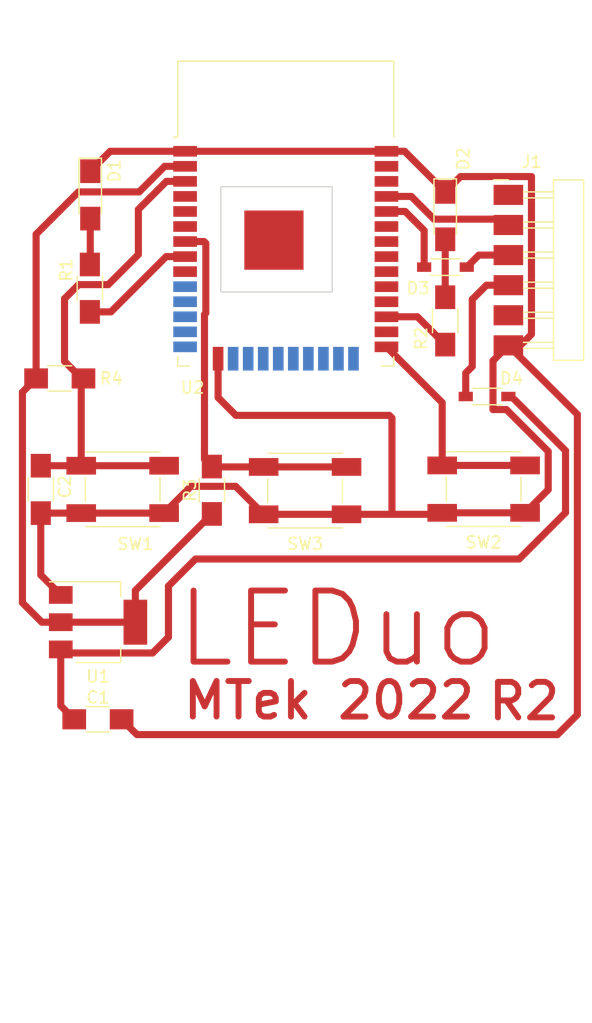
<source format=kicad_pcb>
(kicad_pcb (version 20211014) (generator pcbnew)
  (title_block (title "LEDuo by MTek") (date "2022-03-07") (rev "2") (company "Giant Squid Technologies"))
  (layers (0 "F.Cu" signal) (31 "B.Cu" signal) (34 "B.Paste" user) (35 "F.Paste" user) (36 "B.SilkS" user "B.Silkscreen") (37 "F.SilkS" user "F.Silkscreen") (38 "B.Mask" user) (39 "F.Mask" user) (44 "Edge.Cuts" user))
  (net 0 "")
  (net 1 "GND")
  (net 2 "Net-(C1-Pad1)")
  (net 3 "RESET")
  (net 4 "Net-(D1-Pad2)")
  (net 5 "+3V3")
  (net 6 "GPIO32")
  (net 7 "GPIO0")
  (net 8 "RXD_5V")
  (net 9 "+5V")
  (net 11 "RXD")
  (net 12 "TXD")
  (net 13 "Net-(D2-Pad2)")
  (net 42 "GPIO35")
  (net 44 "GPIO16")
  (footprint "fab:ESP32-WROOM-32E" (layer "F.Cu") (at 102.254 95.942)
    (fp_text reference "U2" (at -7.874 11.684 180) (layer "F.SilkS"))
    (fp_text value "ESP32-WROOM-32E")
    (fp_line (start -9.12 9.88) (end -8.12 9.88) (layer "F.SilkS") (width 0.12))
    (fp_line (start -9.12 -15.865) (end -9.12 -9.445) (layer "F.SilkS") (width 0.12))
    (fp_line (start -9.12 9.1) (end -9.12 9.88) (layer "F.SilkS") (width 0.12))
    (fp_line (start 9.12 9.1) (end 9.12 9.88) (layer "F.SilkS") (width 0.12))
    (fp_line (start -9.12 -9.445) (end -9.5 -9.445) (layer "F.SilkS") (width 0.12))
    (fp_line (start 9.12 9.88) (end 8.12 9.88) (layer "F.SilkS") (width 0.12))
    (fp_line (start -9.12 -15.865) (end 9.12 -15.865) (layer "F.SilkS") (width 0.12))
    (fp_line (start 9.12 -15.865) (end 9.12 -9.445) (layer "F.SilkS") (width 0.12))
    (pad "1" smd rect locked (at -8.5 -8.255) (size 2 0.9) (layers "F.Cu" "F.Paste" "F.Mask") (net 1 "GND"))
    (pad "2" smd rect locked (at -8.5 -6.985) (size 2 0.9) (layers "F.Cu" "F.Paste" "F.Mask") (net 5 "+3V3"))
    (pad "3" smd rect locked (at -8.5 -5.715) (size 2 0.9) (layers "F.Cu" "F.Paste" "F.Mask") (net 3 "RESET"))
    (pad "4" smd rect locked (at -8.5 -4.445) (size 2 0.9) (layers "F.Cu" "F.Paste" "F.Mask"))
    (pad "5" smd rect locked (at -8.5 -3.175) (size 2 0.9) (layers "F.Cu" "F.Paste" "F.Mask"))
    (pad "6" smd rect locked (at -8.5 -1.905) (size 2 0.9) (layers "F.Cu" "F.Paste" "F.Mask"))
    (pad "7" smd rect locked (at -8.5 -0.635) (size 2 0.9) (layers "F.Cu" "F.Paste" "F.Mask") (net 42 "GPIO35"))
    (pad "8" smd rect locked (at -8.5 0.635) (size 2 0.9) (layers "F.Cu" "F.Paste" "F.Mask") (net 6 "GPIO32"))
    (pad "9" smd rect locked (at -8.5 1.905) (size 2 0.9) (layers "F.Cu" "F.Paste" "F.Mask"))
    (pad "10" smd rect locked (at -8.5 3.175) (size 2 0.9) (layers "B.Cu" "F.Paste" "F.Mask"))
    (pad "11" smd rect locked (at -8.5 4.445) (size 2 0.9) (layers "B.Cu" "F.Paste" "F.Mask"))
    (pad "12" smd rect locked (at -8.5 5.715) (size 2 0.9) (layers "B.Cu" "F.Paste" "F.Mask"))
    (pad "13" smd rect locked (at -8.5 6.985) (size 2 0.9) (layers "B.Cu" "F.Paste" "F.Mask"))
    (pad "14" smd rect locked (at -8.5 8.255) (size 2 0.9) (layers "B.Cu" "F.Paste" "F.Mask"))
    (pad "15" smd rect locked (at -5.715 9.255 90) (size 2 0.9) (layers "F.Cu" "F.Paste" "F.Mask") (net 1 "GND"))
    (pad "16" smd rect locked (at -4.445 9.255 90) (size 2 0.9) (layers "B.Cu" "F.Paste" "F.Mask"))
    (pad "17" smd rect locked (at -3.175 9.255 90) (size 2 0.9) (layers "B.Cu" "F.Paste" "F.Mask"))
    (pad "18" smd rect locked (at -1.905 9.255 90) (size 2 0.9) (layers "B.Cu" "F.Paste" "F.Mask"))
    (pad "19" smd rect locked (at -0.635 9.255 90) (size 2 0.9) (layers "B.Cu" "F.Paste" "F.Mask"))
    (pad "20" smd rect locked (at 0.635 9.255 90) (size 2 0.9) (layers "B.Cu" "F.Paste" "F.Mask"))
    (pad "21" smd rect locked (at 1.905 9.255 90) (size 2 0.9) (layers "B.Cu" "F.Paste" "F.Mask"))
    (pad "22" smd rect locked (at 3.175 9.255 90) (size 2 0.9) (layers "B.Cu" "F.Paste" "F.Mask"))
    (pad "23" smd rect locked (at 4.445 9.255 90) (size 2 0.9) (layers "B.Cu" "F.Paste" "F.Mask"))
    (pad "24" smd rect locked (at 5.715 9.255 90) (size 2 0.9) (layers "B.Cu" "F.Paste" "F.Mask"))
    (pad "25" smd rect locked (at 8.5 8.255) (size 2 0.9) (layers "F.Cu" "F.Paste" "F.Mask") (net 7 "GPIO0"))
    (pad "26" smd rect locked (at 8.5 6.985) (size 2 0.9) (layers "F.Cu" "F.Paste" "F.Mask"))
    (pad "27" smd rect locked (at 8.5 5.715) (size 2 0.9) (layers "F.Cu" "F.Paste" "F.Mask") (net 44 "GPIO16"))
    (pad "28" smd rect locked (at 8.5 4.445) (size 2 0.9) (layers "F.Cu" "F.Paste" "F.Mask"))
    (pad "29" smd rect locked (at 8.5 3.175) (size 2 0.9) (layers "F.Cu" "F.Paste" "F.Mask"))
    (pad "30" smd rect locked (at 8.5 1.905) (size 2 0.9) (layers "F.Cu" "F.Paste" "F.Mask"))
    (pad "31" smd rect locked (at 8.5 0.635) (size 2 0.9) (layers "F.Cu" "F.Paste" "F.Mask"))
    (pad "32" smd rect locked (at 8.5 -0.635) (size 2 0.9) (layers "F.Cu" "F.Paste" "F.Mask"))
    (pad "33" smd rect locked (at 8.5 -1.905) (size 2 0.9) (layers "F.Cu" "F.Paste" "F.Mask"))
    (pad "34" smd rect locked (at 8.5 -3.175) (size 2 0.9) (layers "F.Cu" "F.Paste" "F.Mask") (net 11 "RXD"))
    (pad "35" smd rect locked (at 8.5 -4.445) (size 2 0.9) (layers "F.Cu" "F.Paste" "F.Mask") (net 12 "TXD"))
    (pad "36" smd rect locked (at 8.5 -5.715) (size 2 0.9) (layers "F.Cu" "F.Paste" "F.Mask"))
    (pad "37" smd rect locked (at 8.5 -6.985) (size 2 0.9) (layers "F.Cu" "F.Paste" "F.Mask"))
    (pad "38" smd rect locked (at 8.5 -8.255) (size 2 0.9) (layers "F.Cu" "F.Paste" "F.Mask") (net 1 "GND"))
    (pad "39" smd rect locked (at -1 -0.755) (size 5 5) (layers "F.Cu" "F.Paste" "F.Mask"))
  )
  (footprint "fab:LED_1206" (layer "F.Cu") (at 115.716 93.116 -90)
    (fp_text reference "D2" (at -4.794 -1.524 90) (layer "F.SilkS"))
    (fp_text value "LED")
    (fp_line (start -3.1 -0.95) (end -3.1 0.95) (layer "F.SilkS") (width 0.12))
    (fp_line (start -3.1 0.95) (end 1.6 0.95) (layer "F.SilkS") (width 0.12))
    (fp_line (start -3.1 -0.95) (end 1.6 -0.95) (layer "F.SilkS") (width 0.12))
    (pad "1" smd rect locked (at -2 0 270) (size 2 1.7) (layers "F.Cu" "F.Paste" "F.Mask") (net 1 "GND"))
    (pad "2" smd rect locked (at 2 0 270) (size 2 1.7) (layers "F.Cu" "F.Paste" "F.Mask") (net 13 "Net-(D2-Pad2)"))
  )
  (footprint "fab:SOT-223-3_TabPin2" (layer "F.Cu") (at 86.404 127.438)
    (fp_text reference "U1" (at 0 4.572) (layer "F.SilkS"))
    (fp_text value "Regulator_Linear_ZLDO1117-3.3V-1A")
    (fp_line (start 1.91 -3.41) (end 1.91 -2.15) (layer "F.SilkS") (width 0.12))
    (fp_line (start -1.85 3.41) (end 1.91 3.41) (layer "F.SilkS") (width 0.12))
    (fp_line (start 1.91 3.41) (end 1.91 2.15) (layer "F.SilkS") (width 0.12))
    (fp_line (start -4.1 -3.41) (end 1.91 -3.41) (layer "F.SilkS") (width 0.12))
    (pad "1" smd rect locked (at -3.15 -2.3) (size 2 1.5) (layers "F.Cu" "F.Paste" "F.Mask") (net 1 "GND"))
    (pad "2" smd rect locked (at -3.15 0) (size 2 1.5) (layers "F.Cu" "F.Paste" "F.Mask") (net 5 "+3V3"))
    (pad "2" smd rect locked (at 3.15 0) (size 2 3.8) (layers "F.Cu" "F.Paste" "F.Mask") (net 5 "+3V3"))
    (pad "3" smd rect locked (at -3.15 2.3) (size 2 1.5) (layers "F.Cu" "F.Paste" "F.Mask") (net 2 "Net-(C1-Pad1)"))
  )
  (footprint "fab:Button_Omron_B3SN_6x6mm" (layer "F.Cu") (at 88.482 116.23 180)
    (fp_text reference "SW1" (at -1.072 -4.604) (layer "F.SilkS"))
    (fp_text value "BUTTON_B3SN")
    (fp_line (start -3.15 -3.15) (end 3.15 -3.15) (layer "F.SilkS") (width 0.12))
    (fp_line (start 3.15 3.15) (end -3.15 3.15) (layer "F.SilkS") (width 0.12))
    (fp_line (start -3.15 1) (end -3.15 -1) (layer "F.SilkS") (width 0.12))
    (fp_line (start 3.15 -1) (end 3.15 1) (layer "F.SilkS") (width 0.12))
    (pad "1" smd rect locked (at -3.5 -2 180) (size 2.5 1.5) (layers "F.Cu" "F.Paste" "F.Mask") (net 1 "GND"))
    (pad "1" smd rect locked (at 3.5 -2 180) (size 2.5 1.5) (layers "F.Cu" "F.Paste" "F.Mask") (net 1 "GND"))
    (pad "2" smd rect locked (at 3.5 2 180) (size 2.5 1.5) (layers "F.Cu" "F.Paste" "F.Mask") (net 3 "RESET"))
    (pad "2" smd rect locked (at -3.5 2 180) (size 2.5 1.5) (layers "F.Cu" "F.Paste" "F.Mask") (net 3 "RESET"))
  )
  (footprint "fab:SOD-123" (layer "F.Cu") (at 119.25 108.388 180)
    (fp_text reference "D4" (at -2.054 1.524) (layer "F.SilkS"))
    (fp_text value "D_Schottky")
    (fp_line (start -1.25 0.7) (end 1.25 0.7) (layer "F.SilkS") (width 0.12))
    (fp_line (start -1.25 -0.7) (end 1.25 -0.7) (layer "F.SilkS") (width 0.12))
    (pad "1" smd rect locked (at -1.8 0 180) (size 1.2 0.8) (layers "F.Cu" "F.Paste" "F.Mask") (net 2 "Net-(C1-Pad1)"))
    (pad "2" smd rect locked (at 1.8 0 180) (size 1.2 0.8) (layers "F.Cu" "F.Paste" "F.Mask") (net 9 "+5V"))
  )
  (footprint "fab:Button_Omron_B3SN_6x6mm" (layer "F.Cu") (at 103.886 116.332 180)
    (fp_text reference "SW3" (at 0 -4.5) (layer "F.SilkS"))
    (fp_text value "BUTTON_B3SN")
    (fp_line (start 3.15 3.15) (end -3.15 3.15) (layer "F.SilkS") (width 0.12))
    (fp_line (start -3.15 1) (end -3.15 -1) (layer "F.SilkS") (width 0.12))
    (fp_line (start 3.15 -1) (end 3.15 1) (layer "F.SilkS") (width 0.12))
    (fp_line (start -3.15 -3.15) (end 3.15 -3.15) (layer "F.SilkS") (width 0.12))
    (pad "1" smd rect locked (at -3.5 -2 180) (size 2.5 1.5) (layers "F.Cu" "F.Paste" "F.Mask") (net 1 "GND"))
    (pad "1" smd rect locked (at 3.5 -2 180) (size 2.5 1.5) (layers "F.Cu" "F.Paste" "F.Mask") (net 1 "GND"))
    (pad "2" smd rect locked (at 3.5 2 180) (size 2.5 1.5) (layers "F.Cu" "F.Paste" "F.Mask") (net 42 "GPIO35"))
    (pad "2" smd rect locked (at -3.5 2 180) (size 2.5 1.5) (layers "F.Cu" "F.Paste" "F.Mask") (net 42 "GPIO35"))
  )
  (footprint "fab:LED_1206" (layer "F.Cu") (at 85.744 91.37 -90)
    (fp_text reference "D1" (at -2.032 -2.032 90) (layer "F.SilkS"))
    (fp_text value "LED")
    (fp_line (start -3.1 -0.95) (end 1.6 -0.95) (layer "F.SilkS") (width 0.12))
    (fp_line (start -3.1 -0.95) (end -3.1 0.95) (layer "F.SilkS") (width 0.12))
    (fp_line (start -3.1 0.95) (end 1.6 0.95) (layer "F.SilkS") (width 0.12))
    (pad "1" smd rect locked (at -2 0 270) (size 2 1.7) (layers "F.Cu" "F.Paste" "F.Mask") (net 1 "GND"))
    (pad "2" smd rect locked (at 2 0 270) (size 2 1.7) (layers "F.Cu" "F.Paste" "F.Mask") (net 4 "Net-(D1-Pad2)"))
  )
  (footprint "fab:C_1206" (layer "F.Cu") (at 81.568 116.23 -90)
    (fp_text reference "C2" (at -0.222 -2.032 90) (layer "F.SilkS"))
    (fp_text value "10uF")
    (fp_line (start -1 -1.07) (end 1 -1.07) (layer "F.SilkS") (width 0.12))
    (fp_line (start 1 1.07) (end -1 1.07) (layer "F.SilkS") (width 0.12))
    (pad "1" smd rect locked (at -2 0 270) (size 2 1.7) (layers "F.Cu" "F.Paste" "F.Mask") (net 3 "RESET"))
    (pad "2" smd rect locked (at 2 0 270) (size 2 1.7) (layers "F.Cu" "F.Paste" "F.Mask") (net 1 "GND"))
  )
  (footprint "fab:SOD-123" (layer "F.Cu") (at 115.738 97.466 180)
    (fp_text reference "D3" (at 2.308 -1.778) (layer "F.SilkS"))
    (fp_text value "D_Zener")
    (fp_line (start -1.25 -0.7) (end 1.25 -0.7) (layer "F.SilkS") (width 0.12))
    (fp_line (start -1.25 0.7) (end 1.25 0.7) (layer "F.SilkS") (width 0.12))
    (pad "1" smd rect locked (at -1.8 0 180) (size 1.2 0.8) (layers "F.Cu" "F.Paste" "F.Mask") (net 8 "RXD_5V"))
    (pad "2" smd rect locked (at 1.8 0 180) (size 1.2 0.8) (layers "F.Cu" "F.Paste" "F.Mask") (net 11 "RXD"))
  )
  (footprint "fab:Button_Omron_B3SN_6x6mm" (layer "F.Cu") (at 118.962 116.206 180)
    (fp_text reference "SW2" (at 0 -4.5) (layer "F.SilkS"))
    (fp_text value "BUTTON_B3SN")
    (fp_line (start -3.15 1) (end -3.15 -1) (layer "F.SilkS") (width 0.12))
    (fp_line (start 3.15 3.15) (end -3.15 3.15) (layer "F.SilkS") (width 0.12))
    (fp_line (start -3.15 -3.15) (end 3.15 -3.15) (layer "F.SilkS") (width 0.12))
    (fp_line (start 3.15 -1) (end 3.15 1) (layer "F.SilkS") (width 0.12))
    (pad "1" smd rect locked (at 3.5 -2 180) (size 2.5 1.5) (layers "F.Cu" "F.Paste" "F.Mask") (net 1 "GND"))
    (pad "1" smd rect locked (at -3.5 -2 180) (size 2.5 1.5) (layers "F.Cu" "F.Paste" "F.Mask") (net 1 "GND"))
    (pad "2" smd rect locked (at -3.5 2 180) (size 2.5 1.5) (layers "F.Cu" "F.Paste" "F.Mask") (net 7 "GPIO0"))
    (pad "2" smd rect locked (at 3.5 2 180) (size 2.5 1.5) (layers "F.Cu" "F.Paste" "F.Mask") (net 7 "GPIO0"))
  )
  (footprint "fab:R_1206" (layer "F.Cu") (at 115.716 102.006 90)
    (fp_text reference "R2" (at -1.492 -2.032 90) (layer "F.SilkS"))
    (fp_text value "1K")
    (fp_line (start -1 -1.07) (end 1 -1.07) (layer "F.SilkS") (width 0.12))
    (fp_line (start 1 1.07) (end -1 1.07) (layer "F.SilkS") (width 0.12))
    (pad "1" smd rect locked (at -2 0 90) (size 2 1.7) (layers "F.Cu" "F.Paste" "F.Mask") (net 44 "GPIO16"))
    (pad "2" smd rect locked (at 2 0 90) (size 2 1.7) (layers "F.Cu" "F.Paste" "F.Mask") (net 13 "Net-(D2-Pad2)"))
  )
  (footprint "fab:R_1206" (layer "F.Cu") (at 96.012 116.3 90)
    (fp_text reference "R3" (at 0 -1.85 90) (layer "F.SilkS"))
    (fp_text value "10k")
    (fp_line (start -1 -1.07) (end 1 -1.07) (layer "F.SilkS") (width 0.12))
    (fp_line (start 1 1.07) (end -1 1.07) (layer "F.SilkS") (width 0.12))
    (pad "1" smd rect locked (at -2 0 90) (size 2 1.7) (layers "F.Cu" "F.Paste" "F.Mask") (net 5 "+3V3"))
    (pad "2" smd rect locked (at 2 0 90) (size 2 1.7) (layers "F.Cu" "F.Paste" "F.Mask") (net 42 "GPIO35"))
  )
  (footprint "fab:R_1206" (layer "F.Cu") (at 83.172 106.864)
    (fp_text reference "R4" (at 4.35 0) (layer "F.SilkS"))
    (fp_text value "10k")
    (fp_line (start 1 1.07) (end -1 1.07) (layer "F.SilkS") (width 0.12))
    (fp_line (start -1 -1.07) (end 1 -1.07) (layer "F.SilkS") (width 0.12))
    (pad "1" smd rect locked (at -2 0) (size 2 1.7) (layers "F.Cu" "F.Paste" "F.Mask") (net 5 "+3V3"))
    (pad "2" smd rect locked (at 2 0) (size 2 1.7) (layers "F.Cu" "F.Paste" "F.Mask") (net 3 "RESET"))
  )
  (footprint "fab:PinHeader_1x06_P2.54mm_Horizontal_SMD" (layer "F.Cu") (at 121.05 91.37)
    (fp_text reference "J1" (at 1.016 -2.794 180) (layer "F.SilkS") (effects (justify left)))
    (fp_text value "Conn_PinHeader_1x06_P2.54mm_Horizontal_SMD")
    (fp_line (start 3.81 2.286) (end 1.27 2.286) (layer "F.SilkS") (width 0.12))
    (fp_line (start 3.81 0.254) (end 1.27 0.254) (layer "F.SilkS") (width 0.12))
    (fp_line (start 3.81 4.826) (end 1.27 4.826) (layer "F.SilkS") (width 0.12))
    (fp_line (start 3.81 -1.27) (end 6.35 -1.27) (layer "F.SilkS") (width 0.12))
    (fp_line (start 3.81 2.794) (end 1.27 2.794) (layer "F.SilkS") (width 0.12))
    (fp_line (start 3.81 5.334) (end 1.27 5.334) (layer "F.SilkS") (width 0.12))
    (fp_line (start 3.81 7.366) (end 1.27 7.366) (layer "F.SilkS") (width 0.12))
    (fp_line (start 6.35 13.97) (end 3.81 13.97) (layer "F.SilkS") (width 0.12))
    (fp_line (start 3.81 13.97) (end 3.81 -1.27) (layer "F.SilkS") (width 0.12))
    (fp_line (start 3.81 12.446) (end 1.27 12.446) (layer "F.SilkS") (width 0.12))
    (fp_line (start -1.27 -1.27) (end 0 -1.27) (layer "F.SilkS") (width 0.12))
    (fp_line (start 3.81 -0.254) (end 1.27 -0.254) (layer "F.SilkS") (width 0.12))
    (fp_line (start 3.81 12.954) (end 1.27 12.954) (layer "F.SilkS") (width 0.12))
    (fp_line (start 6.35 -1.27) (end 6.35 13.97) (layer "F.SilkS") (width 0.12))
    (fp_line (start 3.81 10.414) (end 1.27 10.414) (layer "F.SilkS") (width 0.12))
    (fp_line (start 3.81 9.906) (end 1.27 9.906) (layer "F.SilkS") (width 0.12))
    (fp_line (start 3.81 7.874) (end 1.27 7.874) (layer "F.SilkS") (width 0.12))
    (pad "1" smd rect locked (at 0 0) (size 2.5 1.7) (layers "F.Cu" "F.Paste" "F.Mask"))
    (pad "2" smd rect locked (at 0 2.54) (size 2.5 1.7) (layers "F.Cu" "F.Paste" "F.Mask") (net 12 "TXD"))
    (pad "3" smd rect locked (at 0 5.08) (size 2.5 1.7) (layers "F.Cu" "F.Paste" "F.Mask") (net 8 "RXD_5V"))
    (pad "4" smd rect locked (at 0 7.62) (size 2.5 1.7) (layers "F.Cu" "F.Paste" "F.Mask") (net 9 "+5V"))
    (pad "5" smd rect locked (at 0 10.16) (size 2.5 1.7) (layers "F.Cu" "F.Paste" "F.Mask"))
    (pad "6" smd rect locked (at 0 12.7) (size 2.5 1.7) (layers "F.Cu" "F.Paste" "F.Mask") (net 1 "GND"))
  )
  (footprint "fab:R_1206" (layer "F.Cu") (at 85.712 99.244 90)
    (fp_text reference "R1" (at 1.524 -2 90) (layer "F.SilkS"))
    (fp_text value "1K")
    (fp_line (start 1 1.07) (end -1 1.07) (layer "F.SilkS") (width 0.12))
    (fp_line (start -1 -1.07) (end 1 -1.07) (layer "F.SilkS") (width 0.12))
    (pad "1" smd rect locked (at -2 0 90) (size 2 1.7) (layers "F.Cu" "F.Paste" "F.Mask") (net 6 "GPIO32"))
    (pad "2" smd rect locked (at 2 0 90) (size 2 1.7) (layers "F.Cu" "F.Paste" "F.Mask") (net 4 "Net-(D1-Pad2)"))
  )
  (footprint "fab:C_1206" (layer "F.Cu") (at 86.392 135.636)
    (fp_text reference "C1" (at 0 -1.85) (layer "F.SilkS"))
    (fp_text value "10uF")
    (fp_line (start 1 1.07) (end -1 1.07) (layer "F.SilkS") (width 0.12))
    (fp_line (start -1 -1.07) (end 1 -1.07) (layer "F.SilkS") (width 0.12))
    (pad "1" smd rect locked (at -2 0) (size 2 1.7) (layers "F.Cu" "F.Paste" "F.Mask") (net 2 "Net-(C1-Pad1)"))
    (pad "2" smd rect locked (at 2 0) (size 2 1.7) (layers "F.Cu" "F.Paste" "F.Mask") (net 1 "GND"))
  )
  (gr_line (start 128.124 161.29) (end 78.124 161.29) (layer "Edge.Cuts") (width 0.001))
  (gr_line (start 78.124 161.29) (end 78.124 86.29) (layer "Edge.Cuts") (width 0.001))
  (gr_rect (start 96.774 90.678) (end 106.172 99.568) (layer "Edge.Cuts") (width 0.1) (fill none))
  (gr_line (start 78.124 86.29) (end 128.124 86.29) (layer "Edge.Cuts") (width 0.001))
  (gr_line (start 128.124 86.29) (end 128.124 161.29) (layer "Edge.Cuts") (width 0.001))
  (gr_text "LEDuo" (at 92.71 128.016) (layer "F.Cu") (effects (font (size 6 6) (thickness 0.5)) (justify left)))
  (gr_text "MTek 2022" (at 93.364 134.042) (layer "F.Cu") (effects (font (size 3 3) (thickness 0.5)) (justify left)))
  (gr_text "R2" (at 119.126 134.112) (layer "F.Cu") (effects (font (size 3 3) (thickness 0.5)) (justify left)))
  (segment (start 81.568 123.452) (end 83.254 125.138) (width 0.6) (layer "F.Cu") (net 1))
  (segment (start 100.386 118.332) (end 107.386 118.332) (width 0.6) (layer "F.Cu") (net 1))
  (segment (start 122.999511 89.820489) (end 122.999511 103.079511) (width 0.6) (layer "F.Cu") (net 1))
  (segment (start 120.879511 109.487511) (end 119.750489 109.487511) (width 0.6) (layer "F.Cu") (net 1))
  (segment (start 125.195018 136.926662) (end 126.875519 135.246161) (width 0.6) (layer "F.Cu") (net 1))
  (segment (start 115.716 91.116) (end 117.011511 89.820489) (width 0.6) (layer "F.Cu") (net 1))
  (segment (start 96.539 108.477) (end 98.044 109.982) (width 0.6) (layer "F.Cu") (net 1))
  (segment (start 117.011511 89.820489) (end 122.999511 89.820489) (width 0.6) (layer "F.Cu") (net 1))
  (segment (start 124.411511 113.019511) (end 120.879511 109.487511) (width 0.6) (layer "F.Cu") (net 1))
  (segment (start 110.998 109.982) (end 111.22 110.204) (width 0.6) (layer "F.Cu") (net 1))
  (segment (start 87.427 87.687) (end 93.754 87.687) (width 0.6) (layer "F.Cu") (net 1))
  (segment (start 119.750489 105.369511) (end 121.05 104.07) (width 0.6) (layer "F.Cu") (net 1))
  (segment (start 85.744 89.37) (end 87.427 87.687) (width 0.6) (layer "F.Cu") (net 1))
  (segment (start 89.682662 136.926662) (end 125.195018 136.926662) (width 0.6) (layer "F.Cu") (net 1))
  (segment (start 115.336 118.332) (end 115.462 118.206) (width 0.6) (layer "F.Cu") (net 1))
  (segment (start 111.22 118.332) (end 115.336 118.332) (width 0.6) (layer "F.Cu") (net 1))
  (segment (start 110.754 87.687) (end 112.287 87.687) (width 0.6) (layer "F.Cu") (net 1))
  (segment (start 81.568 118.23) (end 81.568 123.452) (width 0.6) (layer "F.Cu") (net 1))
  (segment (start 91.982 118.23) (end 94.242489 115.969511) (width 0.6) (layer "F.Cu") (net 1))
  (segment (start 98.023511 115.969511) (end 100.386 118.332) (width 0.6) (layer "F.Cu") (net 1))
  (segment (start 81.568 118.23) (end 84.982 118.23) (width 0.6) (layer "F.Cu") (net 1))
  (segment (start 126.875519 135.246161) (end 126.875519 109.895519) (width 0.6) (layer "F.Cu") (net 1))
  (segment (start 122.999511 103.136489) (end 122.066 104.07) (width 0.6) (layer "F.Cu") (net 1))
  (segment (start 124.411511 116.256489) (end 124.411511 113.019511) (width 0.6) (layer "F.Cu") (net 1))
  (segment (start 119.750489 109.487511) (end 119.750489 105.369511) (width 0.6) (layer "F.Cu") (net 1))
  (segment (start 96.539 105.197) (end 96.539 108.477) (width 0.6) (layer "F.Cu") (net 1))
  (segment (start 98.044 109.982) (end 110.998 109.982) (width 0.6) (layer "F.Cu") (net 1))
  (segment (start 88.392 135.636) (end 89.682662 136.926662) (width 0.6) (layer "F.Cu") (net 1))
  (segment (start 93.754 87.687) (end 110.754 87.687) (width 0.6) (layer "F.Cu") (net 1))
  (segment (start 107.386 118.332) (end 111.22 118.332) (width 0.6) (layer "F.Cu") (net 1))
  (segment (start 112.287 87.687) (end 115.716 91.116) (width 0.6) (layer "F.Cu") (net 1))
  (segment (start 111.22 110.204) (end 111.22 118.332) (width 0.6) (layer "F.Cu") (net 1))
  (segment (start 115.462 118.206) (end 122.462 118.206) (width 0.6) (layer "F.Cu") (net 1))
  (segment (start 126.875519 109.895519) (end 121.05 104.07) (width 0.6) (layer "F.Cu") (net 1))
  (segment (start 94.242489 115.969511) (end 98.023511 115.969511) (width 0.6) (layer "F.Cu") (net 1))
  (segment (start 122.462 118.206) (end 124.411511 116.256489) (width 0.6) (layer "F.Cu") (net 1))
  (segment (start 122.066 104.07) (end 121.05 104.07) (width 0.6) (layer "F.Cu") (net 1))
  (segment (start 84.982 118.23) (end 91.982 118.23) (width 0.6) (layer "F.Cu") (net 1))
  (segment (start 121.963022 122.104) (end 125.876 118.191022) (width 0.6) (layer "F.Cu") (net 2))
  (segment (start 92.348 128.697051) (end 92.348 124.39) (width 0.6) (layer "F.Cu") (net 2))
  (segment (start 92.348 124.39) (end 94.634 122.104) (width 0.6) (layer "F.Cu") (net 2))
  (segment (start 91.00754 130.037511) (end 92.348 128.697051) (width 0.6) (layer "F.Cu") (net 2))
  (segment (start 125.876 112.96) (end 121.558 108.642) (width 0.6) (layer "F.Cu") (net 2))
  (segment (start 83.254 129.738) (end 83.254 134.498) (width 0.6) (layer "F.Cu") (net 2))
  (segment (start 83.553511 130.037511) (end 91.00754 130.037511) (width 0.6) (layer "F.Cu") (net 2))
  (segment (start 125.876 118.191022) (end 125.876 112.96) (width 0.6) (layer "F.Cu") (net 2))
  (segment (start 94.634 122.104) (end 121.963022 122.104) (width 0.6) (layer "F.Cu") (net 2))
  (segment (start 83.254 134.498) (end 84.392 135.636) (width 0.6) (layer "F.Cu") (net 2))
  (segment (start 83.254 129.738) (end 83.553511 130.037511) (width 0.6) (layer "F.Cu") (net 2))
  (segment (start 84.763467 98.943511) (end 87.261511 98.943511) (width 0.6) (layer "F.Cu") (net 3))
  (segment (start 91.982 114.23) (end 84.982 114.23) (width 0.6) (layer "F.Cu") (net 3))
  (segment (start 83.572 105.414) (end 83.572 100.134978) (width 0.6) (layer "F.Cu") (net 3))
  (segment (start 89.808 92.593978) (end 92.174978 90.227) (width 0.6) (layer "F.Cu") (net 3))
  (segment (start 83.572 100.134978) (end 84.763467 98.943511) (width 0.6) (layer "F.Cu") (net 3))
  (segment (start 85.172 106.864) (end 85.022 106.864) (width 0.6) (layer "F.Cu") (net 3))
  (segment (start 81.568 114.23) (end 84.982 114.23) (width 0.6) (layer "F.Cu") (net 3))
  (segment (start 84.982 107.054) (end 85.172 106.864) (width 0.6) (layer "F.Cu") (net 3))
  (segment (start 92.174978 90.227) (end 93.754 90.227) (width 0.6) (layer "F.Cu") (net 3))
  (segment (start 87.261511 98.943511) (end 89.808 96.397022) (width 0.6) (layer "F.Cu") (net 3))
  (segment (start 85.022 106.864) (end 83.572 105.414) (width 0.6) (layer "F.Cu") (net 3))
  (segment (start 84.982 114.23) (end 84.982 107.054) (width 0.6) (layer "F.Cu") (net 3))
  (segment (start 89.808 92.593978) (end 89.808 96.397022) (width 0.6) (layer "F.Cu") (net 3))
  (segment (start 85.744 97.212) (end 85.712 97.244) (width 0.6) (layer "F.Cu") (net 4))
  (segment (start 85.744 93.37) (end 85.744 97.212) (width 0.6) (layer "F.Cu") (net 4))
  (segment (start 81.172 106.864) (end 81.172 94.692978) (width 0.6) (layer "F.Cu") (net 5))
  (segment (start 89.872444 91.116) (end 92.031444 88.957) (width 0.6) (layer "F.Cu") (net 5))
  (segment (start 81.654 127.438) (end 80.018489 125.802489) (width 0.6) (layer "F.Cu") (net 5))
  (segment (start 92.031444 88.957) (end 93.754 88.957) (width 0.6) (layer "F.Cu") (net 5))
  (segment (start 83.254 127.438) (end 81.654 127.438) (width 0.6) (layer "F.Cu") (net 5))
  (segment (start 84.748978 91.116) (end 89.872444 91.116) (width 0.6) (layer "F.Cu") (net 5))
  (segment (start 80.018489 108.017511) (end 81.172 106.864) (width 0.6) (layer "F.Cu") (net 5))
  (segment (start 80.018489 125.802489) (end 80.018489 108.017511) (width 0.6) (layer "F.Cu") (net 5))
  (segment (start 89.554 124.758) (end 96.012 118.3) (width 0.6) (layer "F.Cu") (net 5))
  (segment (start 89.554 127.438) (end 89.554 124.758) (width 0.6) (layer "F.Cu") (net 5))
  (segment (start 81.172 94.692978) (end 84.748978 91.116) (width 0.6) (layer "F.Cu") (net 5))
  (segment (start 89.554 127.438) (end 83.254 127.438) (width 0.6) (layer "F.Cu") (net 5))
  (segment (start 87.487 101.244) (end 85.712 101.244) (width 0.6) (layer "F.Cu") (net 6))
  (segment (start 92.154 96.577) (end 87.487 101.244) (width 0.6) (layer "F.Cu") (net 6))
  (segment (start 93.754 96.577) (end 92.154 96.577) (width 0.6) (layer "F.Cu") (net 6))
  (segment (start 115.462 108.905) (end 110.754 104.197) (width 0.6) (layer "F.Cu") (net 7))
  (segment (start 115.462 114.206) (end 115.462 108.905) (width 0.6) (layer "F.Cu") (net 7))
  (segment (start 122.462 114.206) (end 115.462 114.206) (width 0.6) (layer "F.Cu") (net 7))
  (segment (start 118.554 96.45) (end 117.538 97.466) (width 0.6) (layer "F.Cu") (net 8))
  (segment (start 121.05 96.45) (end 118.554 96.45) (width 0.6) (layer "F.Cu") (net 8))
  (segment (start 119.2 98.99) (end 118.002 100.188) (width 0.6) (layer "F.Cu") (net 9))
  (segment (start 117.45 106.4) (end 117.45 108.388) (width 0.6) (layer "F.Cu") (net 9))
  (segment (start 121.05 98.99) (end 119.2 98.99) (width 0.6) (layer "F.Cu") (net 9))
  (segment (start 118.002 105.848) (end 117.45 106.4) (width 0.6) (layer "F.Cu") (net 9))
  (segment (start 118.002 100.188) (end 118.002 105.848) (width 0.6) (layer "F.Cu") (net 9))
  (segment (start 113.938 97.466) (end 113.938 94.371978) (width 0.6) (layer "F.Cu") (net 11))
  (segment (start 112.333022 92.767) (end 110.754 92.767) (width 0.6) (layer "F.Cu") (net 11))
  (segment (start 113.938 94.371978) (end 112.333022 92.767) (width 0.6) (layer "F.Cu") (net 11))
  (segment (start 120.556489 93.416489) (end 121.05 93.91) (width 0.6) (layer "F.Cu") (net 12))
  (segment (start 110.754 91.497) (end 112.847978 91.497) (width 0.6) (layer "F.Cu") (net 12))
  (segment (start 112.847978 91.497) (end 114.767467 93.416489) (width 0.6) (layer "F.Cu") (net 12))
  (segment (start 114.767467 93.416489) (end 120.556489 93.416489) (width 0.6) (layer "F.Cu") (net 12))
  (segment (start 115.716 100.006) (end 115.716 95.116) (width 0.6) (layer "F.Cu") (net 13))
  (segment (start 95.504 101.346) (end 95.389489 101.460511) (width 0.6) (layer "F.Cu") (net 42))
  (segment (start 95.354 95.307) (end 95.504 95.457) (width 0.6) (layer "F.Cu") (net 42))
  (segment (start 95.504 95.457) (end 95.504 101.346) (width 0.6) (layer "F.Cu") (net 42))
  (segment (start 95.389489 101.460511) (end 95.389489 113.677489) (width 0.6) (layer "F.Cu") (net 42))
  (segment (start 96.044 114.332) (end 96.012 114.3) (width 0.6) (layer "F.Cu") (net 42))
  (segment (start 93.754 95.307) (end 95.354 95.307) (width 0.6) (layer "F.Cu") (net 42))
  (segment (start 100.386 114.332) (end 96.044 114.332) (width 0.6) (layer "F.Cu") (net 42))
  (segment (start 107.386 114.332) (end 100.386 114.332) (width 0.6) (layer "F.Cu") (net 42))
  (segment (start 95.389489 113.677489) (end 96.012 114.3) (width 0.6) (layer "F.Cu") (net 42))
  (segment (start 110.754 101.657) (end 113.367 101.657) (width 0.6) (layer "F.Cu") (net 44))
  (segment (start 113.367 101.657) (end 115.716 104.006) (width 0.6) (layer "F.Cu") (net 44))
)
</source>
